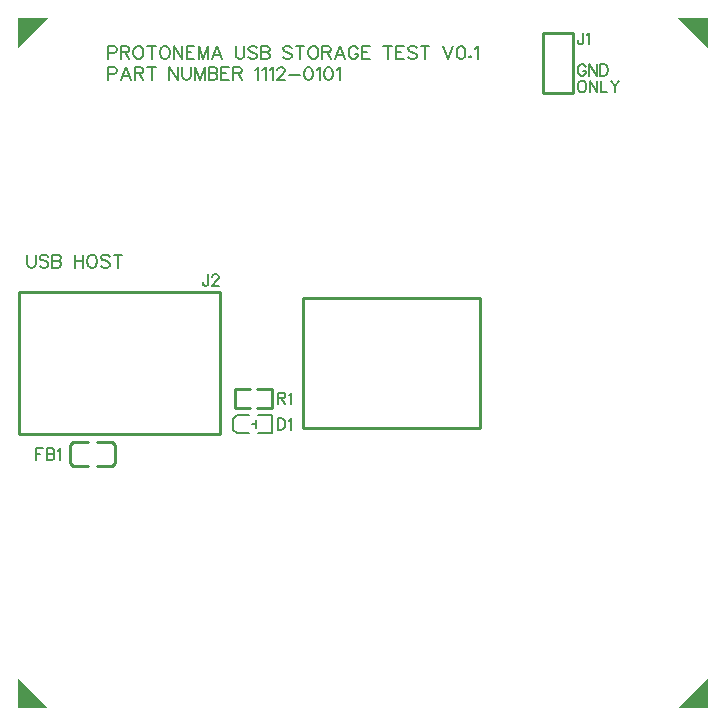
<source format=gto>
G04 Layer: TopSilkscreenLayer*
G04 EasyEDA v6.5.34, 2023-08-21 18:11:39*
G04 18117bc33d304e9eae86a0e3f177fe8b,5a6b42c53f6a479593ecc07194224c93,10*
G04 Gerber Generator version 0.2*
G04 Scale: 100 percent, Rotated: No, Reflected: No *
G04 Dimensions in millimeters *
G04 leading zeros omitted , absolute positions ,4 integer and 5 decimal *
%FSLAX45Y45*%
%MOMM*%

%ADD10C,0.1524*%
%ADD11C,0.2540*%
%ADD12C,0.1500*%

%LPD*%
D10*
X761992Y5601759D02*
G01*
X761992Y5492539D01*
X761992Y5601759D02*
G01*
X808728Y5601759D01*
X824222Y5596425D01*
X829556Y5591345D01*
X834636Y5580931D01*
X834636Y5565437D01*
X829556Y5555023D01*
X824222Y5549689D01*
X808728Y5544609D01*
X761992Y5544609D01*
X868926Y5601759D02*
G01*
X868926Y5492539D01*
X868926Y5601759D02*
G01*
X915662Y5601759D01*
X931410Y5596425D01*
X936490Y5591345D01*
X941824Y5580931D01*
X941824Y5570517D01*
X936490Y5560103D01*
X931410Y5555023D01*
X915662Y5549689D01*
X868926Y5549689D01*
X905502Y5549689D02*
G01*
X941824Y5492539D01*
X1007102Y5601759D02*
G01*
X996942Y5596425D01*
X986528Y5586265D01*
X981194Y5575851D01*
X976114Y5560103D01*
X976114Y5534195D01*
X981194Y5518701D01*
X986528Y5508287D01*
X996942Y5497873D01*
X1007102Y5492539D01*
X1027930Y5492539D01*
X1038344Y5497873D01*
X1048758Y5508287D01*
X1054092Y5518701D01*
X1059172Y5534195D01*
X1059172Y5560103D01*
X1054092Y5575851D01*
X1048758Y5586265D01*
X1038344Y5596425D01*
X1027930Y5601759D01*
X1007102Y5601759D01*
X1129784Y5601759D02*
G01*
X1129784Y5492539D01*
X1093462Y5601759D02*
G01*
X1166106Y5601759D01*
X1231638Y5601759D02*
G01*
X1221224Y5596425D01*
X1210810Y5586265D01*
X1205730Y5575851D01*
X1200396Y5560103D01*
X1200396Y5534195D01*
X1205730Y5518701D01*
X1210810Y5508287D01*
X1221224Y5497873D01*
X1231638Y5492539D01*
X1252466Y5492539D01*
X1262880Y5497873D01*
X1273294Y5508287D01*
X1278374Y5518701D01*
X1283708Y5534195D01*
X1283708Y5560103D01*
X1278374Y5575851D01*
X1273294Y5586265D01*
X1262880Y5596425D01*
X1252466Y5601759D01*
X1231638Y5601759D01*
X1317998Y5601759D02*
G01*
X1317998Y5492539D01*
X1317998Y5601759D02*
G01*
X1390642Y5492539D01*
X1390642Y5601759D02*
G01*
X1390642Y5492539D01*
X1424932Y5601759D02*
G01*
X1424932Y5492539D01*
X1424932Y5601759D02*
G01*
X1492496Y5601759D01*
X1424932Y5549689D02*
G01*
X1466588Y5549689D01*
X1424932Y5492539D02*
G01*
X1492496Y5492539D01*
X1526786Y5601759D02*
G01*
X1526786Y5492539D01*
X1526786Y5601759D02*
G01*
X1568442Y5492539D01*
X1609844Y5601759D02*
G01*
X1568442Y5492539D01*
X1609844Y5601759D02*
G01*
X1609844Y5492539D01*
X1685790Y5601759D02*
G01*
X1644134Y5492539D01*
X1685790Y5601759D02*
G01*
X1727192Y5492539D01*
X1659882Y5529115D02*
G01*
X1711698Y5529115D01*
X1841492Y5601759D02*
G01*
X1841492Y5523781D01*
X1846826Y5508287D01*
X1857240Y5497873D01*
X1872734Y5492539D01*
X1883148Y5492539D01*
X1898642Y5497873D01*
X1909056Y5508287D01*
X1914390Y5523781D01*
X1914390Y5601759D01*
X2021324Y5586265D02*
G01*
X2010910Y5596425D01*
X1995416Y5601759D01*
X1974588Y5601759D01*
X1959094Y5596425D01*
X1948680Y5586265D01*
X1948680Y5575851D01*
X1953760Y5565437D01*
X1959094Y5560103D01*
X1969508Y5555023D01*
X2000496Y5544609D01*
X2010910Y5539275D01*
X2016244Y5534195D01*
X2021324Y5523781D01*
X2021324Y5508287D01*
X2010910Y5497873D01*
X1995416Y5492539D01*
X1974588Y5492539D01*
X1959094Y5497873D01*
X1948680Y5508287D01*
X2055614Y5601759D02*
G01*
X2055614Y5492539D01*
X2055614Y5601759D02*
G01*
X2102350Y5601759D01*
X2118098Y5596425D01*
X2123178Y5591345D01*
X2128512Y5580931D01*
X2128512Y5570517D01*
X2123178Y5560103D01*
X2118098Y5555023D01*
X2102350Y5549689D01*
X2055614Y5549689D02*
G01*
X2102350Y5549689D01*
X2118098Y5544609D01*
X2123178Y5539275D01*
X2128512Y5529115D01*
X2128512Y5513367D01*
X2123178Y5502953D01*
X2118098Y5497873D01*
X2102350Y5492539D01*
X2055614Y5492539D01*
X2315456Y5586265D02*
G01*
X2305042Y5596425D01*
X2289548Y5601759D01*
X2268720Y5601759D01*
X2252972Y5596425D01*
X2242812Y5586265D01*
X2242812Y5575851D01*
X2247892Y5565437D01*
X2252972Y5560103D01*
X2263386Y5555023D01*
X2294628Y5544609D01*
X2305042Y5539275D01*
X2310122Y5534195D01*
X2315456Y5523781D01*
X2315456Y5508287D01*
X2305042Y5497873D01*
X2289548Y5492539D01*
X2268720Y5492539D01*
X2252972Y5497873D01*
X2242812Y5508287D01*
X2386068Y5601759D02*
G01*
X2386068Y5492539D01*
X2349746Y5601759D02*
G01*
X2422390Y5601759D01*
X2487922Y5601759D02*
G01*
X2477508Y5596425D01*
X2467094Y5586265D01*
X2462014Y5575851D01*
X2456680Y5560103D01*
X2456680Y5534195D01*
X2462014Y5518701D01*
X2467094Y5508287D01*
X2477508Y5497873D01*
X2487922Y5492539D01*
X2508750Y5492539D01*
X2519164Y5497873D01*
X2529578Y5508287D01*
X2534658Y5518701D01*
X2539992Y5534195D01*
X2539992Y5560103D01*
X2534658Y5575851D01*
X2529578Y5586265D01*
X2519164Y5596425D01*
X2508750Y5601759D01*
X2487922Y5601759D01*
X2574282Y5601759D02*
G01*
X2574282Y5492539D01*
X2574282Y5601759D02*
G01*
X2621018Y5601759D01*
X2636512Y5596425D01*
X2641592Y5591345D01*
X2646926Y5580931D01*
X2646926Y5570517D01*
X2641592Y5560103D01*
X2636512Y5555023D01*
X2621018Y5549689D01*
X2574282Y5549689D01*
X2610604Y5549689D02*
G01*
X2646926Y5492539D01*
X2722872Y5601759D02*
G01*
X2681216Y5492539D01*
X2722872Y5601759D02*
G01*
X2764274Y5492539D01*
X2696710Y5529115D02*
G01*
X2748780Y5529115D01*
X2876542Y5575851D02*
G01*
X2871462Y5586265D01*
X2861048Y5596425D01*
X2850634Y5601759D01*
X2829806Y5601759D01*
X2819392Y5596425D01*
X2808978Y5586265D01*
X2803898Y5575851D01*
X2798564Y5560103D01*
X2798564Y5534195D01*
X2803898Y5518701D01*
X2808978Y5508287D01*
X2819392Y5497873D01*
X2829806Y5492539D01*
X2850634Y5492539D01*
X2861048Y5497873D01*
X2871462Y5508287D01*
X2876542Y5518701D01*
X2876542Y5534195D01*
X2850634Y5534195D02*
G01*
X2876542Y5534195D01*
X2910832Y5601759D02*
G01*
X2910832Y5492539D01*
X2910832Y5601759D02*
G01*
X2978396Y5601759D01*
X2910832Y5549689D02*
G01*
X2952488Y5549689D01*
X2910832Y5492539D02*
G01*
X2978396Y5492539D01*
X3129018Y5601759D02*
G01*
X3129018Y5492539D01*
X3092696Y5601759D02*
G01*
X3165340Y5601759D01*
X3199630Y5601759D02*
G01*
X3199630Y5492539D01*
X3199630Y5601759D02*
G01*
X3267194Y5601759D01*
X3199630Y5549689D02*
G01*
X3241286Y5549689D01*
X3199630Y5492539D02*
G01*
X3267194Y5492539D01*
X3374382Y5586265D02*
G01*
X3363968Y5596425D01*
X3348220Y5601759D01*
X3327392Y5601759D01*
X3311898Y5596425D01*
X3301484Y5586265D01*
X3301484Y5575851D01*
X3306818Y5565437D01*
X3311898Y5560103D01*
X3322312Y5555023D01*
X3353554Y5544609D01*
X3363968Y5539275D01*
X3369048Y5534195D01*
X3374382Y5523781D01*
X3374382Y5508287D01*
X3363968Y5497873D01*
X3348220Y5492539D01*
X3327392Y5492539D01*
X3311898Y5497873D01*
X3301484Y5508287D01*
X3444994Y5601759D02*
G01*
X3444994Y5492539D01*
X3408672Y5601759D02*
G01*
X3481316Y5601759D01*
X3595616Y5601759D02*
G01*
X3637272Y5492539D01*
X3678674Y5601759D02*
G01*
X3637272Y5492539D01*
X3744206Y5601759D02*
G01*
X3728712Y5596425D01*
X3718298Y5580931D01*
X3712964Y5555023D01*
X3712964Y5539275D01*
X3718298Y5513367D01*
X3728712Y5497873D01*
X3744206Y5492539D01*
X3754620Y5492539D01*
X3770114Y5497873D01*
X3780528Y5513367D01*
X3785862Y5539275D01*
X3785862Y5555023D01*
X3780528Y5580931D01*
X3770114Y5596425D01*
X3754620Y5601759D01*
X3744206Y5601759D01*
X3825232Y5518701D02*
G01*
X3820152Y5513367D01*
X3825232Y5508287D01*
X3830312Y5513367D01*
X3825232Y5518701D01*
X3864602Y5580931D02*
G01*
X3875016Y5586265D01*
X3890764Y5601759D01*
X3890764Y5492539D01*
X761992Y5423959D02*
G01*
X761992Y5314739D01*
X761992Y5423959D02*
G01*
X808728Y5423959D01*
X824222Y5418625D01*
X829556Y5413545D01*
X834636Y5403131D01*
X834636Y5387637D01*
X829556Y5377223D01*
X824222Y5371889D01*
X808728Y5366809D01*
X761992Y5366809D01*
X910582Y5423959D02*
G01*
X868926Y5314739D01*
X910582Y5423959D02*
G01*
X952238Y5314739D01*
X884674Y5351315D02*
G01*
X936490Y5351315D01*
X986528Y5423959D02*
G01*
X986528Y5314739D01*
X986528Y5423959D02*
G01*
X1033264Y5423959D01*
X1048758Y5418625D01*
X1054092Y5413545D01*
X1059172Y5403131D01*
X1059172Y5392717D01*
X1054092Y5382303D01*
X1048758Y5377223D01*
X1033264Y5371889D01*
X986528Y5371889D01*
X1022850Y5371889D02*
G01*
X1059172Y5314739D01*
X1129784Y5423959D02*
G01*
X1129784Y5314739D01*
X1093462Y5423959D02*
G01*
X1166106Y5423959D01*
X1280406Y5423959D02*
G01*
X1280406Y5314739D01*
X1280406Y5423959D02*
G01*
X1353304Y5314739D01*
X1353304Y5423959D02*
G01*
X1353304Y5314739D01*
X1387594Y5423959D02*
G01*
X1387594Y5345981D01*
X1392674Y5330487D01*
X1403088Y5320073D01*
X1418582Y5314739D01*
X1428996Y5314739D01*
X1444744Y5320073D01*
X1455158Y5330487D01*
X1460238Y5345981D01*
X1460238Y5423959D01*
X1494528Y5423959D02*
G01*
X1494528Y5314739D01*
X1494528Y5423959D02*
G01*
X1536184Y5314739D01*
X1577586Y5423959D02*
G01*
X1536184Y5314739D01*
X1577586Y5423959D02*
G01*
X1577586Y5314739D01*
X1611876Y5423959D02*
G01*
X1611876Y5314739D01*
X1611876Y5423959D02*
G01*
X1658612Y5423959D01*
X1674360Y5418625D01*
X1679440Y5413545D01*
X1684774Y5403131D01*
X1684774Y5392717D01*
X1679440Y5382303D01*
X1674360Y5377223D01*
X1658612Y5371889D01*
X1611876Y5371889D02*
G01*
X1658612Y5371889D01*
X1674360Y5366809D01*
X1679440Y5361475D01*
X1684774Y5351315D01*
X1684774Y5335567D01*
X1679440Y5325153D01*
X1674360Y5320073D01*
X1658612Y5314739D01*
X1611876Y5314739D01*
X1719064Y5423959D02*
G01*
X1719064Y5314739D01*
X1719064Y5423959D02*
G01*
X1786628Y5423959D01*
X1719064Y5371889D02*
G01*
X1760466Y5371889D01*
X1719064Y5314739D02*
G01*
X1786628Y5314739D01*
X1820918Y5423959D02*
G01*
X1820918Y5314739D01*
X1820918Y5423959D02*
G01*
X1867654Y5423959D01*
X1883148Y5418625D01*
X1888482Y5413545D01*
X1893562Y5403131D01*
X1893562Y5392717D01*
X1888482Y5382303D01*
X1883148Y5377223D01*
X1867654Y5371889D01*
X1820918Y5371889D01*
X1857240Y5371889D02*
G01*
X1893562Y5314739D01*
X2007862Y5403131D02*
G01*
X2018276Y5408465D01*
X2033770Y5423959D01*
X2033770Y5314739D01*
X2068060Y5403131D02*
G01*
X2078474Y5408465D01*
X2094222Y5423959D01*
X2094222Y5314739D01*
X2128512Y5403131D02*
G01*
X2138672Y5408465D01*
X2154420Y5423959D01*
X2154420Y5314739D01*
X2193790Y5398051D02*
G01*
X2193790Y5403131D01*
X2199124Y5413545D01*
X2204204Y5418625D01*
X2214618Y5423959D01*
X2235446Y5423959D01*
X2245860Y5418625D01*
X2250940Y5413545D01*
X2256274Y5403131D01*
X2256274Y5392717D01*
X2250940Y5382303D01*
X2240526Y5366809D01*
X2188710Y5314739D01*
X2261354Y5314739D01*
X2295644Y5361475D02*
G01*
X2389116Y5361475D01*
X2454648Y5423959D02*
G01*
X2439154Y5418625D01*
X2428740Y5403131D01*
X2423406Y5377223D01*
X2423406Y5361475D01*
X2428740Y5335567D01*
X2439154Y5320073D01*
X2454648Y5314739D01*
X2465062Y5314739D01*
X2480556Y5320073D01*
X2490970Y5335567D01*
X2496304Y5361475D01*
X2496304Y5377223D01*
X2490970Y5403131D01*
X2480556Y5418625D01*
X2465062Y5423959D01*
X2454648Y5423959D01*
X2530594Y5403131D02*
G01*
X2541008Y5408465D01*
X2556502Y5423959D01*
X2556502Y5314739D01*
X2622034Y5423959D02*
G01*
X2606286Y5418625D01*
X2595872Y5403131D01*
X2590792Y5377223D01*
X2590792Y5361475D01*
X2595872Y5335567D01*
X2606286Y5320073D01*
X2622034Y5314739D01*
X2632448Y5314739D01*
X2647942Y5320073D01*
X2658356Y5335567D01*
X2663436Y5361475D01*
X2663436Y5377223D01*
X2658356Y5403131D01*
X2647942Y5418625D01*
X2632448Y5423959D01*
X2622034Y5423959D01*
X2697726Y5403131D02*
G01*
X2708140Y5408465D01*
X2723888Y5423959D01*
X2723888Y5314739D01*
X76197Y3836461D02*
G01*
X76197Y3758483D01*
X81277Y3742989D01*
X91691Y3732575D01*
X107439Y3727241D01*
X117853Y3727241D01*
X133347Y3732575D01*
X143761Y3742989D01*
X148841Y3758483D01*
X148841Y3836461D01*
X256029Y3820967D02*
G01*
X245615Y3831127D01*
X229867Y3836461D01*
X209293Y3836461D01*
X193545Y3831127D01*
X183131Y3820967D01*
X183131Y3810553D01*
X188465Y3800139D01*
X193545Y3794805D01*
X203959Y3789725D01*
X235201Y3779311D01*
X245615Y3773977D01*
X250695Y3768897D01*
X256029Y3758483D01*
X256029Y3742989D01*
X245615Y3732575D01*
X229867Y3727241D01*
X209293Y3727241D01*
X193545Y3732575D01*
X183131Y3742989D01*
X290319Y3836461D02*
G01*
X290319Y3727241D01*
X290319Y3836461D02*
G01*
X337055Y3836461D01*
X352549Y3831127D01*
X357883Y3826047D01*
X362963Y3815633D01*
X362963Y3805219D01*
X357883Y3794805D01*
X352549Y3789725D01*
X337055Y3784391D01*
X290319Y3784391D02*
G01*
X337055Y3784391D01*
X352549Y3779311D01*
X357883Y3773977D01*
X362963Y3763817D01*
X362963Y3748069D01*
X357883Y3737655D01*
X352549Y3732575D01*
X337055Y3727241D01*
X290319Y3727241D01*
X477263Y3836461D02*
G01*
X477263Y3727241D01*
X549907Y3836461D02*
G01*
X549907Y3727241D01*
X477263Y3784391D02*
G01*
X549907Y3784391D01*
X615439Y3836461D02*
G01*
X605025Y3831127D01*
X594611Y3820967D01*
X589531Y3810553D01*
X584197Y3794805D01*
X584197Y3768897D01*
X589531Y3753403D01*
X594611Y3742989D01*
X605025Y3732575D01*
X615439Y3727241D01*
X636267Y3727241D01*
X646681Y3732575D01*
X657095Y3742989D01*
X662175Y3753403D01*
X667509Y3768897D01*
X667509Y3794805D01*
X662175Y3810553D01*
X657095Y3820967D01*
X646681Y3831127D01*
X636267Y3836461D01*
X615439Y3836461D01*
X774443Y3820967D02*
G01*
X764029Y3831127D01*
X748535Y3836461D01*
X727707Y3836461D01*
X712213Y3831127D01*
X701799Y3820967D01*
X701799Y3810553D01*
X706879Y3800139D01*
X712213Y3794805D01*
X722627Y3789725D01*
X753615Y3779311D01*
X764029Y3773977D01*
X769363Y3768897D01*
X774443Y3758483D01*
X774443Y3742989D01*
X764029Y3732575D01*
X748535Y3727241D01*
X727707Y3727241D01*
X712213Y3732575D01*
X701799Y3742989D01*
X845055Y3836461D02*
G01*
X845055Y3727241D01*
X808733Y3836461D02*
G01*
X881377Y3836461D01*
X4764270Y5307830D02*
G01*
X4755380Y5303258D01*
X4746236Y5294368D01*
X4741664Y5285224D01*
X4737092Y5271508D01*
X4737092Y5248902D01*
X4741664Y5235186D01*
X4746236Y5226042D01*
X4755380Y5216898D01*
X4764270Y5212326D01*
X4782558Y5212326D01*
X4791702Y5216898D01*
X4800846Y5226042D01*
X4805164Y5235186D01*
X4809736Y5248902D01*
X4809736Y5271508D01*
X4805164Y5285224D01*
X4800846Y5294368D01*
X4791702Y5303258D01*
X4782558Y5307830D01*
X4764270Y5307830D01*
X4839708Y5307830D02*
G01*
X4839708Y5212326D01*
X4839708Y5307830D02*
G01*
X4903462Y5212326D01*
X4903462Y5307830D02*
G01*
X4903462Y5212326D01*
X4933434Y5307830D02*
G01*
X4933434Y5212326D01*
X4933434Y5212326D02*
G01*
X4988044Y5212326D01*
X5018016Y5307830D02*
G01*
X5054338Y5262364D01*
X5054338Y5212326D01*
X5090660Y5307830D02*
G01*
X5054338Y5262364D01*
X4805164Y5424924D02*
G01*
X4800846Y5434068D01*
X4791702Y5442958D01*
X4782558Y5447530D01*
X4764270Y5447530D01*
X4755380Y5442958D01*
X4746236Y5434068D01*
X4741664Y5424924D01*
X4737092Y5411208D01*
X4737092Y5388602D01*
X4741664Y5374886D01*
X4746236Y5365742D01*
X4755380Y5356598D01*
X4764270Y5352026D01*
X4782558Y5352026D01*
X4791702Y5356598D01*
X4800846Y5365742D01*
X4805164Y5374886D01*
X4805164Y5388602D01*
X4782558Y5388602D02*
G01*
X4805164Y5388602D01*
X4835390Y5447530D02*
G01*
X4835390Y5352026D01*
X4835390Y5447530D02*
G01*
X4898890Y5352026D01*
X4898890Y5447530D02*
G01*
X4898890Y5352026D01*
X4928862Y5447530D02*
G01*
X4928862Y5352026D01*
X4928862Y5447530D02*
G01*
X4960612Y5447530D01*
X4974328Y5442958D01*
X4983472Y5434068D01*
X4988044Y5424924D01*
X4992616Y5411208D01*
X4992616Y5388602D01*
X4988044Y5374886D01*
X4983472Y5365742D01*
X4974328Y5356598D01*
X4960612Y5352026D01*
X4928862Y5352026D01*
X4782558Y5714230D02*
G01*
X4782558Y5641586D01*
X4777986Y5627870D01*
X4773414Y5623298D01*
X4764270Y5618726D01*
X4755380Y5618726D01*
X4746236Y5623298D01*
X4741664Y5627870D01*
X4737092Y5641586D01*
X4737092Y5650730D01*
X4812530Y5696196D02*
G01*
X4821674Y5700768D01*
X4835390Y5714230D01*
X4835390Y5618726D01*
X152405Y2196419D02*
G01*
X152405Y2100915D01*
X152405Y2196419D02*
G01*
X211587Y2196419D01*
X152405Y2150953D02*
G01*
X188727Y2150953D01*
X241559Y2196419D02*
G01*
X241559Y2100915D01*
X241559Y2196419D02*
G01*
X282453Y2196419D01*
X295915Y2191847D01*
X300487Y2187275D01*
X305059Y2178385D01*
X305059Y2169241D01*
X300487Y2160097D01*
X295915Y2155525D01*
X282453Y2150953D01*
X241559Y2150953D02*
G01*
X282453Y2150953D01*
X295915Y2146381D01*
X300487Y2141809D01*
X305059Y2132919D01*
X305059Y2119203D01*
X300487Y2110059D01*
X295915Y2105487D01*
X282453Y2100915D01*
X241559Y2100915D01*
X335031Y2178385D02*
G01*
X344175Y2182957D01*
X357891Y2196419D01*
X357891Y2100915D01*
X1607558Y3669581D02*
G01*
X1607558Y3596937D01*
X1602986Y3583221D01*
X1598414Y3578649D01*
X1589270Y3574077D01*
X1580380Y3574077D01*
X1571236Y3578649D01*
X1566664Y3583221D01*
X1562092Y3596937D01*
X1562092Y3606081D01*
X1642102Y3646975D02*
G01*
X1642102Y3651547D01*
X1646674Y3660437D01*
X1651246Y3665009D01*
X1660390Y3669581D01*
X1678424Y3669581D01*
X1687568Y3665009D01*
X1692140Y3660437D01*
X1696712Y3651547D01*
X1696712Y3642403D01*
X1692140Y3633259D01*
X1682996Y3619543D01*
X1637530Y3574077D01*
X1701284Y3574077D01*
X2197092Y2450381D02*
G01*
X2197092Y2354877D01*
X2197092Y2450381D02*
G01*
X2228842Y2450381D01*
X2242558Y2445809D01*
X2251702Y2436665D01*
X2256274Y2427775D01*
X2260846Y2414059D01*
X2260846Y2391199D01*
X2256274Y2377737D01*
X2251702Y2368593D01*
X2242558Y2359449D01*
X2228842Y2354877D01*
X2197092Y2354877D01*
X2290818Y2432347D02*
G01*
X2299708Y2436665D01*
X2313424Y2450381D01*
X2313424Y2354877D01*
X2197092Y2666281D02*
G01*
X2197092Y2570777D01*
X2197092Y2666281D02*
G01*
X2237986Y2666281D01*
X2251702Y2661709D01*
X2256274Y2657137D01*
X2260846Y2648247D01*
X2260846Y2639103D01*
X2256274Y2629959D01*
X2251702Y2625387D01*
X2237986Y2620815D01*
X2197092Y2620815D01*
X2228842Y2620815D02*
G01*
X2260846Y2570777D01*
X2290818Y2648247D02*
G01*
X2299708Y2652565D01*
X2313424Y2666281D01*
X2313424Y2570777D01*
G36*
X0Y5842000D02*
G01*
X0Y5588000D01*
X254000Y5842000D01*
G37*
G36*
X0Y254000D02*
G01*
X0Y0D01*
X254000Y0D01*
G37*
G36*
X5842000Y254000D02*
G01*
X5588000Y0D01*
X5842000Y0D01*
G37*
G36*
X5588000Y5842000D02*
G01*
X5842000Y5588000D01*
X5842000Y5842000D01*
G37*
D11*
X664430Y2044707D02*
G01*
X778730Y2044707D01*
X791430Y2044707D01*
X816830Y2070107D01*
X816830Y2209807D01*
X816830Y2222507D01*
X791430Y2247907D01*
X664430Y2247907D01*
X588230Y2247907D02*
G01*
X473930Y2247907D01*
X461230Y2247907D01*
X435830Y2222507D01*
X435830Y2082807D01*
X435830Y2070107D01*
X461230Y2044707D01*
X588230Y2044707D01*
X1705498Y3520993D02*
G01*
X1705498Y2320996D01*
X5501Y2320996D01*
X5501Y3520993D01*
X1705498Y3520993D01*
D12*
X2010900Y2400518D02*
G01*
X1976899Y2400518D01*
X1818894Y2365291D02*
G01*
X1818894Y2355288D01*
X1848888Y2325286D01*
X2033894Y2475293D02*
G01*
X2148895Y2475293D01*
X2033894Y2325286D02*
G01*
X2148895Y2325286D01*
X1953895Y2475293D02*
G01*
X1848888Y2475293D01*
X1953895Y2325286D02*
G01*
X1848888Y2325286D01*
X2148895Y2475280D02*
G01*
X2148895Y2327290D01*
X1818894Y2435283D02*
G01*
X1818894Y2365291D01*
X1818894Y2435283D02*
G01*
X1818894Y2445298D01*
X1848888Y2475293D01*
X2010900Y2435291D02*
G01*
X2010900Y2367292D01*
D11*
X1838838Y2535681D02*
G01*
X1838838Y2695686D01*
X2148895Y2536192D02*
G01*
X2148895Y2696197D01*
X1963834Y2695686D02*
G01*
X1838838Y2695686D01*
X1963834Y2535681D02*
G01*
X1838838Y2535681D01*
X2023892Y2696197D02*
G01*
X2148895Y2696197D01*
X2023892Y2536192D02*
G01*
X2148895Y2536192D01*
X2412281Y3470978D02*
G01*
X3912278Y3470978D01*
X3912278Y2370980D01*
X2412281Y2370980D01*
X2412281Y3470978D01*
X4444992Y5714992D02*
G01*
X4698992Y5714992D01*
X4698992Y5206992D01*
X4444992Y5206992D01*
X4444992Y5714992D01*
M02*

</source>
